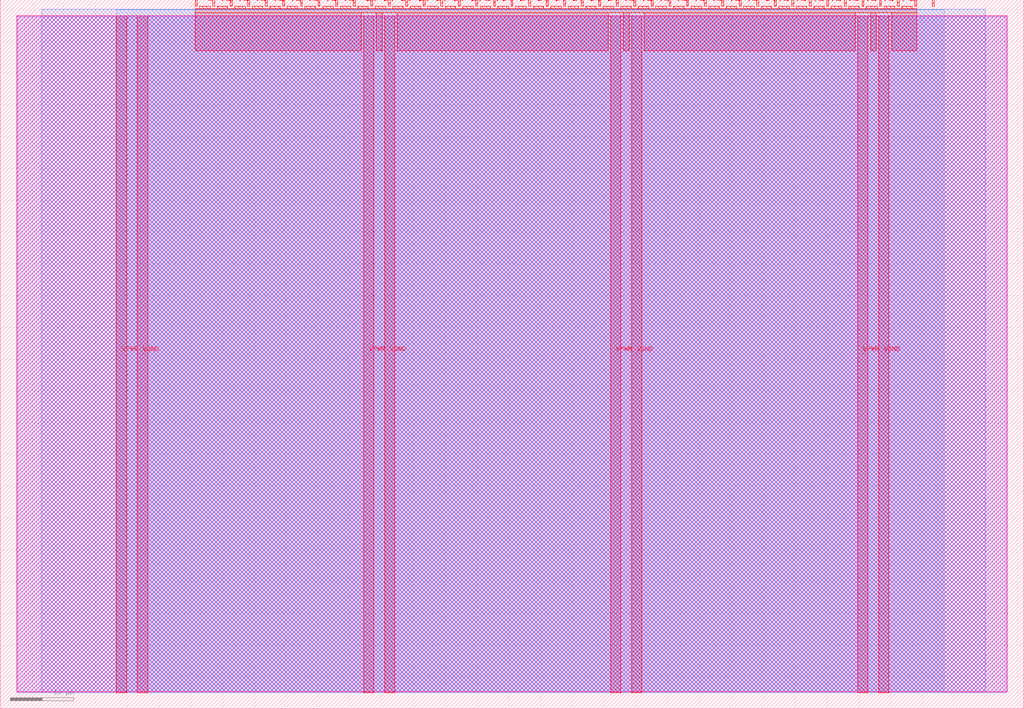
<source format=lef>
VERSION 5.7 ;
  NOWIREEXTENSIONATPIN ON ;
  DIVIDERCHAR "/" ;
  BUSBITCHARS "[]" ;
MACRO tt_um_sjsu_vga_music
  CLASS BLOCK ;
  FOREIGN tt_um_sjsu_vga_music ;
  ORIGIN 0.000 0.000 ;
  SIZE 161.000 BY 111.520 ;
  PIN VGND
    DIRECTION INOUT ;
    USE GROUND ;
    PORT
      LAYER met4 ;
        RECT 21.580 2.480 23.180 109.040 ;
    END
    PORT
      LAYER met4 ;
        RECT 60.450 2.480 62.050 109.040 ;
    END
    PORT
      LAYER met4 ;
        RECT 99.320 2.480 100.920 109.040 ;
    END
    PORT
      LAYER met4 ;
        RECT 138.190 2.480 139.790 109.040 ;
    END
  END VGND
  PIN VPWR
    DIRECTION INOUT ;
    USE POWER ;
    PORT
      LAYER met4 ;
        RECT 18.280 2.480 19.880 109.040 ;
    END
    PORT
      LAYER met4 ;
        RECT 57.150 2.480 58.750 109.040 ;
    END
    PORT
      LAYER met4 ;
        RECT 96.020 2.480 97.620 109.040 ;
    END
    PORT
      LAYER met4 ;
        RECT 134.890 2.480 136.490 109.040 ;
    END
  END VPWR
  PIN clk
    DIRECTION INPUT ;
    USE SIGNAL ;
    ANTENNAGATEAREA 0.852000 ;
    PORT
      LAYER met4 ;
        RECT 143.830 110.520 144.130 111.520 ;
    END
  END clk
  PIN ena
    DIRECTION INPUT ;
    USE SIGNAL ;
    PORT
      LAYER met4 ;
        RECT 146.590 110.520 146.890 111.520 ;
    END
  END ena
  PIN rst_n
    DIRECTION INPUT ;
    USE SIGNAL ;
    ANTENNAGATEAREA 0.196500 ;
    PORT
      LAYER met4 ;
        RECT 141.070 110.520 141.370 111.520 ;
    END
  END rst_n
  PIN ui_in[0]
    DIRECTION INPUT ;
    USE SIGNAL ;
    PORT
      LAYER met4 ;
        RECT 138.310 110.520 138.610 111.520 ;
    END
  END ui_in[0]
  PIN ui_in[1]
    DIRECTION INPUT ;
    USE SIGNAL ;
    PORT
      LAYER met4 ;
        RECT 135.550 110.520 135.850 111.520 ;
    END
  END ui_in[1]
  PIN ui_in[2]
    DIRECTION INPUT ;
    USE SIGNAL ;
    PORT
      LAYER met4 ;
        RECT 132.790 110.520 133.090 111.520 ;
    END
  END ui_in[2]
  PIN ui_in[3]
    DIRECTION INPUT ;
    USE SIGNAL ;
    PORT
      LAYER met4 ;
        RECT 130.030 110.520 130.330 111.520 ;
    END
  END ui_in[3]
  PIN ui_in[4]
    DIRECTION INPUT ;
    USE SIGNAL ;
    PORT
      LAYER met4 ;
        RECT 127.270 110.520 127.570 111.520 ;
    END
  END ui_in[4]
  PIN ui_in[5]
    DIRECTION INPUT ;
    USE SIGNAL ;
    PORT
      LAYER met4 ;
        RECT 124.510 110.520 124.810 111.520 ;
    END
  END ui_in[5]
  PIN ui_in[6]
    DIRECTION INPUT ;
    USE SIGNAL ;
    PORT
      LAYER met4 ;
        RECT 121.750 110.520 122.050 111.520 ;
    END
  END ui_in[6]
  PIN ui_in[7]
    DIRECTION INPUT ;
    USE SIGNAL ;
    PORT
      LAYER met4 ;
        RECT 118.990 110.520 119.290 111.520 ;
    END
  END ui_in[7]
  PIN uio_in[0]
    DIRECTION INPUT ;
    USE SIGNAL ;
    PORT
      LAYER met4 ;
        RECT 116.230 110.520 116.530 111.520 ;
    END
  END uio_in[0]
  PIN uio_in[1]
    DIRECTION INPUT ;
    USE SIGNAL ;
    PORT
      LAYER met4 ;
        RECT 113.470 110.520 113.770 111.520 ;
    END
  END uio_in[1]
  PIN uio_in[2]
    DIRECTION INPUT ;
    USE SIGNAL ;
    PORT
      LAYER met4 ;
        RECT 110.710 110.520 111.010 111.520 ;
    END
  END uio_in[2]
  PIN uio_in[3]
    DIRECTION INPUT ;
    USE SIGNAL ;
    PORT
      LAYER met4 ;
        RECT 107.950 110.520 108.250 111.520 ;
    END
  END uio_in[3]
  PIN uio_in[4]
    DIRECTION INPUT ;
    USE SIGNAL ;
    PORT
      LAYER met4 ;
        RECT 105.190 110.520 105.490 111.520 ;
    END
  END uio_in[4]
  PIN uio_in[5]
    DIRECTION INPUT ;
    USE SIGNAL ;
    PORT
      LAYER met4 ;
        RECT 102.430 110.520 102.730 111.520 ;
    END
  END uio_in[5]
  PIN uio_in[6]
    DIRECTION INPUT ;
    USE SIGNAL ;
    PORT
      LAYER met4 ;
        RECT 99.670 110.520 99.970 111.520 ;
    END
  END uio_in[6]
  PIN uio_in[7]
    DIRECTION INPUT ;
    USE SIGNAL ;
    PORT
      LAYER met4 ;
        RECT 96.910 110.520 97.210 111.520 ;
    END
  END uio_in[7]
  PIN uio_oe[0]
    DIRECTION OUTPUT ;
    USE SIGNAL ;
    PORT
      LAYER met4 ;
        RECT 49.990 110.520 50.290 111.520 ;
    END
  END uio_oe[0]
  PIN uio_oe[1]
    DIRECTION OUTPUT ;
    USE SIGNAL ;
    PORT
      LAYER met4 ;
        RECT 47.230 110.520 47.530 111.520 ;
    END
  END uio_oe[1]
  PIN uio_oe[2]
    DIRECTION OUTPUT ;
    USE SIGNAL ;
    PORT
      LAYER met4 ;
        RECT 44.470 110.520 44.770 111.520 ;
    END
  END uio_oe[2]
  PIN uio_oe[3]
    DIRECTION OUTPUT ;
    USE SIGNAL ;
    PORT
      LAYER met4 ;
        RECT 41.710 110.520 42.010 111.520 ;
    END
  END uio_oe[3]
  PIN uio_oe[4]
    DIRECTION OUTPUT ;
    USE SIGNAL ;
    PORT
      LAYER met4 ;
        RECT 38.950 110.520 39.250 111.520 ;
    END
  END uio_oe[4]
  PIN uio_oe[5]
    DIRECTION OUTPUT ;
    USE SIGNAL ;
    PORT
      LAYER met4 ;
        RECT 36.190 110.520 36.490 111.520 ;
    END
  END uio_oe[5]
  PIN uio_oe[6]
    DIRECTION OUTPUT ;
    USE SIGNAL ;
    PORT
      LAYER met4 ;
        RECT 33.430 110.520 33.730 111.520 ;
    END
  END uio_oe[6]
  PIN uio_oe[7]
    DIRECTION OUTPUT ;
    USE SIGNAL ;
    PORT
      LAYER met4 ;
        RECT 30.670 110.520 30.970 111.520 ;
    END
  END uio_oe[7]
  PIN uio_out[0]
    DIRECTION OUTPUT ;
    USE SIGNAL ;
    PORT
      LAYER met4 ;
        RECT 72.070 110.520 72.370 111.520 ;
    END
  END uio_out[0]
  PIN uio_out[1]
    DIRECTION OUTPUT ;
    USE SIGNAL ;
    PORT
      LAYER met4 ;
        RECT 69.310 110.520 69.610 111.520 ;
    END
  END uio_out[1]
  PIN uio_out[2]
    DIRECTION OUTPUT ;
    USE SIGNAL ;
    PORT
      LAYER met4 ;
        RECT 66.550 110.520 66.850 111.520 ;
    END
  END uio_out[2]
  PIN uio_out[3]
    DIRECTION OUTPUT ;
    USE SIGNAL ;
    PORT
      LAYER met4 ;
        RECT 63.790 110.520 64.090 111.520 ;
    END
  END uio_out[3]
  PIN uio_out[4]
    DIRECTION OUTPUT ;
    USE SIGNAL ;
    PORT
      LAYER met4 ;
        RECT 61.030 110.520 61.330 111.520 ;
    END
  END uio_out[4]
  PIN uio_out[5]
    DIRECTION OUTPUT ;
    USE SIGNAL ;
    PORT
      LAYER met4 ;
        RECT 58.270 110.520 58.570 111.520 ;
    END
  END uio_out[5]
  PIN uio_out[6]
    DIRECTION OUTPUT ;
    USE SIGNAL ;
    PORT
      LAYER met4 ;
        RECT 55.510 110.520 55.810 111.520 ;
    END
  END uio_out[6]
  PIN uio_out[7]
    DIRECTION OUTPUT ;
    USE SIGNAL ;
    ANTENNADIFFAREA 0.445500 ;
    PORT
      LAYER met4 ;
        RECT 52.750 110.520 53.050 111.520 ;
    END
  END uio_out[7]
  PIN uo_out[0]
    DIRECTION OUTPUT ;
    USE SIGNAL ;
    ANTENNADIFFAREA 0.445500 ;
    PORT
      LAYER met4 ;
        RECT 94.150 110.520 94.450 111.520 ;
    END
  END uo_out[0]
  PIN uo_out[1]
    DIRECTION OUTPUT ;
    USE SIGNAL ;
    ANTENNADIFFAREA 0.445500 ;
    PORT
      LAYER met4 ;
        RECT 91.390 110.520 91.690 111.520 ;
    END
  END uo_out[1]
  PIN uo_out[2]
    DIRECTION OUTPUT ;
    USE SIGNAL ;
    ANTENNADIFFAREA 0.445500 ;
    PORT
      LAYER met4 ;
        RECT 88.630 110.520 88.930 111.520 ;
    END
  END uo_out[2]
  PIN uo_out[3]
    DIRECTION OUTPUT ;
    USE SIGNAL ;
    ANTENNADIFFAREA 0.445500 ;
    PORT
      LAYER met4 ;
        RECT 85.870 110.520 86.170 111.520 ;
    END
  END uo_out[3]
  PIN uo_out[4]
    DIRECTION OUTPUT ;
    USE SIGNAL ;
    ANTENNADIFFAREA 0.445500 ;
    PORT
      LAYER met4 ;
        RECT 83.110 110.520 83.410 111.520 ;
    END
  END uo_out[4]
  PIN uo_out[5]
    DIRECTION OUTPUT ;
    USE SIGNAL ;
    ANTENNADIFFAREA 0.445500 ;
    PORT
      LAYER met4 ;
        RECT 80.350 110.520 80.650 111.520 ;
    END
  END uo_out[5]
  PIN uo_out[6]
    DIRECTION OUTPUT ;
    USE SIGNAL ;
    ANTENNAGATEAREA 0.795000 ;
    ANTENNADIFFAREA 1.593000 ;
    PORT
      LAYER met4 ;
        RECT 77.590 110.520 77.890 111.520 ;
    END
  END uo_out[6]
  PIN uo_out[7]
    DIRECTION OUTPUT ;
    USE SIGNAL ;
    ANTENNADIFFAREA 0.445500 ;
    PORT
      LAYER met4 ;
        RECT 74.830 110.520 75.130 111.520 ;
    END
  END uo_out[7]
  OBS
      LAYER nwell ;
        RECT 2.570 2.635 158.430 108.990 ;
      LAYER li1 ;
        RECT 2.760 2.635 158.240 108.885 ;
      LAYER met1 ;
        RECT 2.760 2.480 158.240 109.040 ;
      LAYER met2 ;
        RECT 6.540 2.535 154.920 110.005 ;
      LAYER met3 ;
        RECT 18.290 2.555 148.515 109.985 ;
      LAYER met4 ;
        RECT 31.370 110.120 33.030 110.520 ;
        RECT 34.130 110.120 35.790 110.520 ;
        RECT 36.890 110.120 38.550 110.520 ;
        RECT 39.650 110.120 41.310 110.520 ;
        RECT 42.410 110.120 44.070 110.520 ;
        RECT 45.170 110.120 46.830 110.520 ;
        RECT 47.930 110.120 49.590 110.520 ;
        RECT 50.690 110.120 52.350 110.520 ;
        RECT 53.450 110.120 55.110 110.520 ;
        RECT 56.210 110.120 57.870 110.520 ;
        RECT 58.970 110.120 60.630 110.520 ;
        RECT 61.730 110.120 63.390 110.520 ;
        RECT 64.490 110.120 66.150 110.520 ;
        RECT 67.250 110.120 68.910 110.520 ;
        RECT 70.010 110.120 71.670 110.520 ;
        RECT 72.770 110.120 74.430 110.520 ;
        RECT 75.530 110.120 77.190 110.520 ;
        RECT 78.290 110.120 79.950 110.520 ;
        RECT 81.050 110.120 82.710 110.520 ;
        RECT 83.810 110.120 85.470 110.520 ;
        RECT 86.570 110.120 88.230 110.520 ;
        RECT 89.330 110.120 90.990 110.520 ;
        RECT 92.090 110.120 93.750 110.520 ;
        RECT 94.850 110.120 96.510 110.520 ;
        RECT 97.610 110.120 99.270 110.520 ;
        RECT 100.370 110.120 102.030 110.520 ;
        RECT 103.130 110.120 104.790 110.520 ;
        RECT 105.890 110.120 107.550 110.520 ;
        RECT 108.650 110.120 110.310 110.520 ;
        RECT 111.410 110.120 113.070 110.520 ;
        RECT 114.170 110.120 115.830 110.520 ;
        RECT 116.930 110.120 118.590 110.520 ;
        RECT 119.690 110.120 121.350 110.520 ;
        RECT 122.450 110.120 124.110 110.520 ;
        RECT 125.210 110.120 126.870 110.520 ;
        RECT 127.970 110.120 129.630 110.520 ;
        RECT 130.730 110.120 132.390 110.520 ;
        RECT 133.490 110.120 135.150 110.520 ;
        RECT 136.250 110.120 137.910 110.520 ;
        RECT 139.010 110.120 140.670 110.520 ;
        RECT 141.770 110.120 143.430 110.520 ;
        RECT 30.655 109.440 144.145 110.120 ;
        RECT 30.655 103.535 56.750 109.440 ;
        RECT 59.150 103.535 60.050 109.440 ;
        RECT 62.450 103.535 95.620 109.440 ;
        RECT 98.020 103.535 98.920 109.440 ;
        RECT 101.320 103.535 134.490 109.440 ;
        RECT 136.890 103.535 137.790 109.440 ;
        RECT 140.190 103.535 144.145 109.440 ;
  END
END tt_um_sjsu_vga_music
END LIBRARY


</source>
